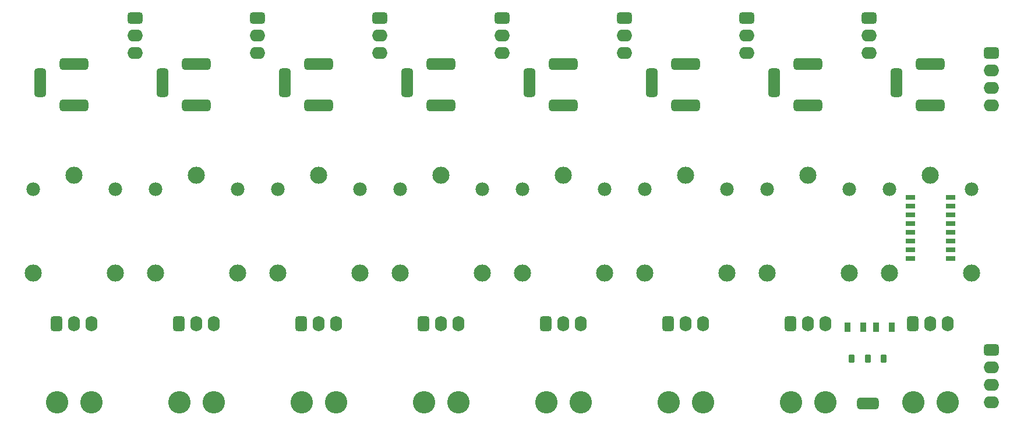
<source format=gbs>
G04*
G04 #@! TF.GenerationSoftware,Altium Limited,Altium Designer,21.6.1 (37)*
G04*
G04 Layer_Color=16711935*
%FSTAX24Y24*%
%MOIN*%
G70*
G04*
G04 #@! TF.SameCoordinates,59C10F7D-216A-4877-8410-82FF31B31C47*
G04*
G04*
G04 #@! TF.FilePolarity,Negative*
G04*
G01*
G75*
%ADD20R,0.0380X0.0568*%
%ADD23O,0.0680X0.0880*%
G04:AMPARAMS|DCode=24|XSize=88mil|YSize=68mil|CornerRadius=19mil|HoleSize=0mil|Usage=FLASHONLY|Rotation=270.000|XOffset=0mil|YOffset=0mil|HoleType=Round|Shape=RoundedRectangle|*
%AMROUNDEDRECTD24*
21,1,0.0880,0.0300,0,0,270.0*
21,1,0.0500,0.0680,0,0,270.0*
1,1,0.0380,-0.0150,-0.0250*
1,1,0.0380,-0.0150,0.0250*
1,1,0.0380,0.0150,0.0250*
1,1,0.0380,0.0150,-0.0250*
%
%ADD24ROUNDEDRECTD24*%
%ADD25C,0.1280*%
G04:AMPARAMS|DCode=26|XSize=165.5mil|YSize=67.1mil|CornerRadius=18.8mil|HoleSize=0mil|Usage=FLASHONLY|Rotation=270.000|XOffset=0mil|YOffset=0mil|HoleType=Round|Shape=RoundedRectangle|*
%AMROUNDEDRECTD26*
21,1,0.1655,0.0295,0,0,270.0*
21,1,0.1280,0.0671,0,0,270.0*
1,1,0.0375,-0.0148,-0.0640*
1,1,0.0375,-0.0148,0.0640*
1,1,0.0375,0.0148,0.0640*
1,1,0.0375,0.0148,-0.0640*
%
%ADD26ROUNDEDRECTD26*%
G04:AMPARAMS|DCode=27|XSize=165.5mil|YSize=67.1mil|CornerRadius=18.8mil|HoleSize=0mil|Usage=FLASHONLY|Rotation=180.000|XOffset=0mil|YOffset=0mil|HoleType=Round|Shape=RoundedRectangle|*
%AMROUNDEDRECTD27*
21,1,0.1655,0.0295,0,0,180.0*
21,1,0.1280,0.0671,0,0,180.0*
1,1,0.0375,-0.0640,0.0148*
1,1,0.0375,0.0640,0.0148*
1,1,0.0375,0.0640,-0.0148*
1,1,0.0375,-0.0640,-0.0148*
%
%ADD27ROUNDEDRECTD27*%
%ADD28O,0.0880X0.0680*%
G04:AMPARAMS|DCode=29|XSize=88mil|YSize=68mil|CornerRadius=19mil|HoleSize=0mil|Usage=FLASHONLY|Rotation=180.000|XOffset=0mil|YOffset=0mil|HoleType=Round|Shape=RoundedRectangle|*
%AMROUNDEDRECTD29*
21,1,0.0880,0.0300,0,0,180.0*
21,1,0.0500,0.0680,0,0,180.0*
1,1,0.0380,-0.0250,0.0150*
1,1,0.0380,0.0250,0.0150*
1,1,0.0380,0.0250,-0.0150*
1,1,0.0380,-0.0250,-0.0150*
%
%ADD29ROUNDEDRECTD29*%
%ADD30C,0.0780*%
%ADD31C,0.0980*%
%ADD47R,0.0580X0.0260*%
G04:AMPARAMS|DCode=48|XSize=47.4mil|YSize=35.6mil|CornerRadius=10.9mil|HoleSize=0mil|Usage=FLASHONLY|Rotation=90.000|XOffset=0mil|YOffset=0mil|HoleType=Round|Shape=RoundedRectangle|*
%AMROUNDEDRECTD48*
21,1,0.0474,0.0138,0,0,90.0*
21,1,0.0256,0.0356,0,0,90.0*
1,1,0.0218,0.0069,0.0128*
1,1,0.0218,0.0069,-0.0128*
1,1,0.0218,-0.0069,-0.0128*
1,1,0.0218,-0.0069,0.0128*
%
%ADD48ROUNDEDRECTD48*%
G04:AMPARAMS|DCode=49|XSize=67.1mil|YSize=126.1mil|CornerRadius=18.8mil|HoleSize=0mil|Usage=FLASHONLY|Rotation=90.000|XOffset=0mil|YOffset=0mil|HoleType=Round|Shape=RoundedRectangle|*
%AMROUNDEDRECTD49*
21,1,0.0671,0.0886,0,0,90.0*
21,1,0.0295,0.1261,0,0,90.0*
1,1,0.0375,0.0443,0.0148*
1,1,0.0375,0.0443,-0.0148*
1,1,0.0375,-0.0443,-0.0148*
1,1,0.0375,-0.0443,0.0148*
%
%ADD49ROUNDEDRECTD49*%
D20*
X0542Y02645D02*
D03*
X0533D02*
D03*
X05585D02*
D03*
X05495D02*
D03*
D23*
X01005Y02665D02*
D03*
X00905D02*
D03*
X03805D02*
D03*
X03705D02*
D03*
X01705D02*
D03*
X01605D02*
D03*
X04505D02*
D03*
X04405D02*
D03*
X02405D02*
D03*
X02305D02*
D03*
X05205D02*
D03*
X05105D02*
D03*
X03105D02*
D03*
X03005D02*
D03*
X05905D02*
D03*
X05805D02*
D03*
D24*
X00805D02*
D03*
X03605D02*
D03*
X01505D02*
D03*
X04305D02*
D03*
X02205D02*
D03*
X05005D02*
D03*
X02905D02*
D03*
X05705D02*
D03*
D25*
X008066Y02215D02*
D03*
X010034D02*
D03*
X036066D02*
D03*
X038034D02*
D03*
X015066D02*
D03*
X017034D02*
D03*
X043066D02*
D03*
X045034D02*
D03*
X022066D02*
D03*
X024034D02*
D03*
X050066D02*
D03*
X052034D02*
D03*
X029066D02*
D03*
X031034D02*
D03*
X057066D02*
D03*
X059034D02*
D03*
D26*
X007111Y040459D02*
D03*
X035111D02*
D03*
X014111D02*
D03*
X042111D02*
D03*
X021111D02*
D03*
X049111D02*
D03*
X028111D02*
D03*
X056111D02*
D03*
D27*
X00905Y03915D02*
D03*
Y041522D02*
D03*
X03705Y03915D02*
D03*
Y041522D02*
D03*
X01605Y03915D02*
D03*
Y041522D02*
D03*
X04405D02*
D03*
Y03915D02*
D03*
X02305D02*
D03*
Y041522D02*
D03*
X05105Y03915D02*
D03*
Y041522D02*
D03*
X03005Y03915D02*
D03*
Y041522D02*
D03*
X05805Y03915D02*
D03*
Y041522D02*
D03*
D28*
X01255Y04215D02*
D03*
Y04315D02*
D03*
X04055Y04215D02*
D03*
Y04315D02*
D03*
X01955Y04215D02*
D03*
Y04315D02*
D03*
X04755Y04215D02*
D03*
Y04315D02*
D03*
X02655Y04215D02*
D03*
Y04315D02*
D03*
X05455Y04215D02*
D03*
Y04315D02*
D03*
X03355Y04215D02*
D03*
Y04315D02*
D03*
X06155Y02215D02*
D03*
Y02315D02*
D03*
Y02415D02*
D03*
Y03915D02*
D03*
Y04015D02*
D03*
Y04115D02*
D03*
D29*
X01255Y04415D02*
D03*
X04055D02*
D03*
X01955D02*
D03*
X04755D02*
D03*
X02655D02*
D03*
X05455D02*
D03*
X03355D02*
D03*
X06155Y02515D02*
D03*
Y04215D02*
D03*
D30*
X011412Y034363D02*
D03*
X006688D02*
D03*
X039412D02*
D03*
X034688D02*
D03*
X018412D02*
D03*
X013688D02*
D03*
X046412D02*
D03*
X041688D02*
D03*
X025412D02*
D03*
X020688D02*
D03*
X053412D02*
D03*
X048688D02*
D03*
X032412D02*
D03*
X027688D02*
D03*
X060412D02*
D03*
X055688D02*
D03*
D31*
X00905Y03515D02*
D03*
X006688Y029559D02*
D03*
X011412D02*
D03*
X03705Y03515D02*
D03*
X034688Y029559D02*
D03*
X039412D02*
D03*
X01605Y03515D02*
D03*
X013688Y029559D02*
D03*
X018412D02*
D03*
X04405Y03515D02*
D03*
X041688Y029559D02*
D03*
X046412D02*
D03*
X02305Y03515D02*
D03*
X020688Y029559D02*
D03*
X025412D02*
D03*
X05105Y03515D02*
D03*
X048688Y029559D02*
D03*
X053412D02*
D03*
X03005Y03515D02*
D03*
X027688Y029559D02*
D03*
X032412D02*
D03*
X05805Y03515D02*
D03*
X055688Y029559D02*
D03*
X060412D02*
D03*
D47*
X059198Y0304D02*
D03*
Y0309D02*
D03*
Y0314D02*
D03*
Y0319D02*
D03*
Y0324D02*
D03*
Y0329D02*
D03*
Y0334D02*
D03*
Y0339D02*
D03*
X056902Y0339D02*
D03*
Y0334D02*
D03*
Y0329D02*
D03*
Y0324D02*
D03*
Y0319D02*
D03*
Y0314D02*
D03*
Y0309D02*
D03*
Y0304D02*
D03*
D48*
X05355Y02465D02*
D03*
X054456Y02464D02*
D03*
X055371D02*
D03*
D49*
X054456Y022082D02*
D03*
M02*

</source>
